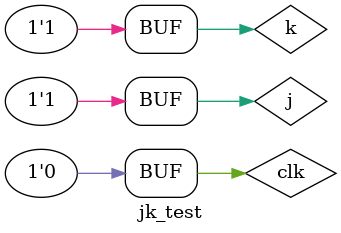
<source format=v>
`timescale 1ns / 1ps


module jk_test;

	// Inputs
	reg j;
	reg k;
	reg clk;

	// Outputs
	wire q;

	// Instantiate the Unit Under Test (UUT)
	jk_ff uut (
		.j(j), 
		.k(k), 
		.clk(clk), 
		.q(q)
	);

	initial begin
		// Initialize Inputs
		j = 0;k = 0;clk = 0;
		#100;clk=1;j=1;k=0;#100;clk=0;
		#100;clk=1;j=0;k=1;#100;clk=0;
		#100;clk=1;j=1;k=1;#100;clk=0;
        
		// Add stimulus here

	end
      
endmodule


</source>
